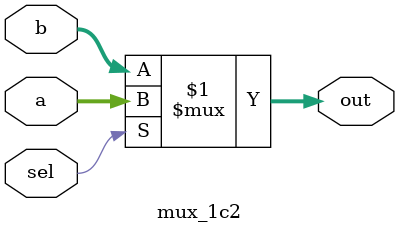
<source format=v>
module mux_1c2(input wire [31:0] a, input wire [31:0] b, input wire sel, output wire [31:0] out);
  assign out = sel ? a : b;
endmodule

</source>
